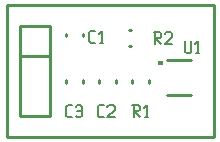
<source format=gbr>
G04 start of page 7 for group -4079 idx -4079 *
G04 Title: (unknown), topsilk *
G04 Creator: pcb 20110918 *
G04 CreationDate: Sun 25 Aug 2013 03:12:51 AM GMT UTC *
G04 For: railfan *
G04 Format: Gerber/RS-274X *
G04 PCB-Dimensions: 70000 45000 *
G04 PCB-Coordinate-Origin: lower left *
%MOIN*%
%FSLAX25Y25*%
%LNTOPSILK*%
%ADD42C,0.0080*%
%ADD41C,0.0100*%
%ADD40C,0.0001*%
G54D40*G36*
X51000Y26000D02*X52500D01*
Y24500D01*
X51000D01*
Y26000D01*
G37*
G54D41*X500Y500D02*Y44500D01*
X69500Y500D02*X500D01*
X69500Y44500D02*Y500D01*
X500Y44500D02*X69500D01*
X47755Y19436D02*Y18650D01*
X42245Y19436D02*Y18650D01*
X31245Y19436D02*Y18650D01*
X36755Y19436D02*Y18650D01*
X54063Y26371D02*X61937D01*
X54063Y14559D02*X61937D01*
X41107Y36255D02*X41893D01*
X41107Y30745D02*X41893D01*
X25755Y34893D02*Y34107D01*
X20245Y34893D02*Y34107D01*
Y19436D02*Y18650D01*
X25755Y19436D02*Y18650D01*
X15000Y27500D02*Y37500D01*
X5000Y27500D02*X15000D01*
Y37500D02*X5000D01*
X15000Y7500D02*Y37500D01*
X5000Y7500D02*X15000D01*
X5000Y37500D02*Y7500D01*
G54D42*X42393Y11193D02*X44393D01*
X44893Y10693D01*
Y9693D01*
X44393Y9193D02*X44893Y9693D01*
X42893Y9193D02*X44393D01*
X42893Y11193D02*Y7193D01*
Y9193D02*X44893Y7193D01*
X46593D02*X47593D01*
X47093Y11193D02*Y7193D01*
X46093Y10193D02*X47093Y11193D01*
X60000Y32500D02*Y29000D01*
X60500Y28500D01*
X61500D01*
X62000Y29000D01*
Y32500D02*Y29000D01*
X63700Y28500D02*X64700D01*
X64200Y32500D02*Y28500D01*
X63200Y31500D02*X64200Y32500D01*
X49500Y35500D02*X51500D01*
X52000Y35000D01*
Y34000D01*
X51500Y33500D02*X52000Y34000D01*
X50000Y33500D02*X51500D01*
X50000Y35500D02*Y31500D01*
Y33500D02*X52000Y31500D01*
X53200Y35000D02*X53700Y35500D01*
X55200D01*
X55700Y35000D01*
Y34000D01*
X53200Y31500D02*X55700Y34000D01*
X53200Y31500D02*X55700D01*
X28500Y32000D02*X30000D01*
X28000Y32500D02*X28500Y32000D01*
X28000Y35500D02*Y32500D01*
Y35500D02*X28500Y36000D01*
X30000D01*
X31700Y32000D02*X32700D01*
X32200Y36000D02*Y32000D01*
X31200Y35000D02*X32200Y36000D01*
X31350Y7193D02*X32850D01*
X30850Y7693D02*X31350Y7193D01*
X30850Y10693D02*Y7693D01*
Y10693D02*X31350Y11193D01*
X32850D01*
X34050Y10693D02*X34550Y11193D01*
X36050D01*
X36550Y10693D01*
Y9693D01*
X34050Y7193D02*X36550Y9693D01*
X34050Y7193D02*X36550D01*
X20807D02*X22307D01*
X20307Y7693D02*X20807Y7193D01*
X20307Y10693D02*Y7693D01*
Y10693D02*X20807Y11193D01*
X22307D01*
X23507Y10693D02*X24007Y11193D01*
X25007D01*
X25507Y10693D01*
Y7693D01*
X25007Y7193D02*X25507Y7693D01*
X24007Y7193D02*X25007D01*
X23507Y7693D02*X24007Y7193D01*
Y9193D02*X25507D01*
M02*

</source>
